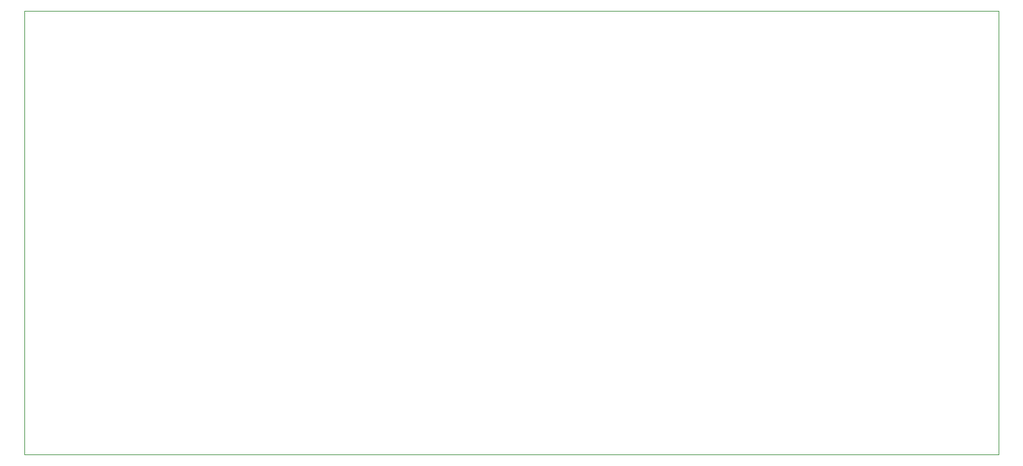
<source format=gm1>
G04 #@! TF.GenerationSoftware,KiCad,Pcbnew,(5.1.5)-3*
G04 #@! TF.CreationDate,2023-02-05T16:44:42+09:00*
G04 #@! TF.ProjectId,Dot_matrix_driver,446f745f-6d61-4747-9269-785f64726976,rev?*
G04 #@! TF.SameCoordinates,Original*
G04 #@! TF.FileFunction,Profile,NP*
%FSLAX46Y46*%
G04 Gerber Fmt 4.6, Leading zero omitted, Abs format (unit mm)*
G04 Created by KiCad (PCBNEW (5.1.5)-3) date 2023-02-05 16:44:42*
%MOMM*%
%LPD*%
G04 APERTURE LIST*
%ADD10C,0.050000*%
G04 APERTURE END LIST*
D10*
X22050000Y-78700000D02*
X150550000Y-78700000D01*
X150550000Y-20200000D02*
X150550000Y-78700000D01*
X22050000Y-20200000D02*
X150550000Y-20200000D01*
X22050000Y-78700000D02*
X22050000Y-20200000D01*
M02*

</source>
